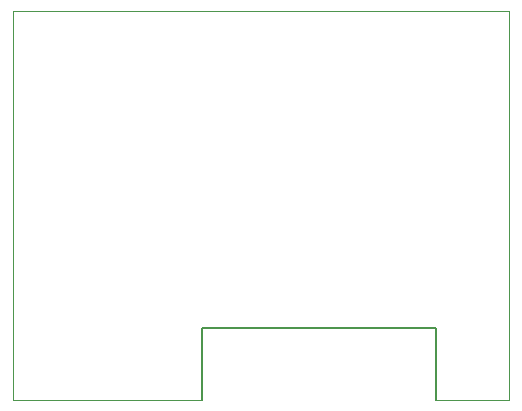
<source format=gbr>
G04 #@! TF.GenerationSoftware,KiCad,Pcbnew,(5.1.2)-2*
G04 #@! TF.CreationDate,2019-11-13T21:48:31+01:00*
G04 #@! TF.ProjectId,KernadouDomoRelayCPU,4b65726e-6164-46f7-9544-6f6d6f52656c,rev?*
G04 #@! TF.SameCoordinates,Original*
G04 #@! TF.FileFunction,Profile,NP*
%FSLAX46Y46*%
G04 Gerber Fmt 4.6, Leading zero omitted, Abs format (unit mm)*
G04 Created by KiCad (PCBNEW (5.1.2)-2) date 2019-11-13 21:48:31*
%MOMM*%
%LPD*%
G04 APERTURE LIST*
%ADD10C,0.100000*%
%ADD11C,0.150000*%
G04 APERTURE END LIST*
D10*
X104902000Y-101600000D02*
X88900000Y-101600000D01*
D11*
X124714000Y-95504000D02*
X124714000Y-101600000D01*
X104902000Y-95504000D02*
X124714000Y-95504000D01*
X104902000Y-101600000D02*
X104902000Y-95504000D01*
D10*
X130900000Y-101600000D02*
X124714000Y-101600000D01*
X130900000Y-68600000D02*
X130900000Y-101600000D01*
X88900000Y-68600000D02*
X130900000Y-68600000D01*
X88900000Y-101600000D02*
X88900000Y-68600000D01*
M02*

</source>
